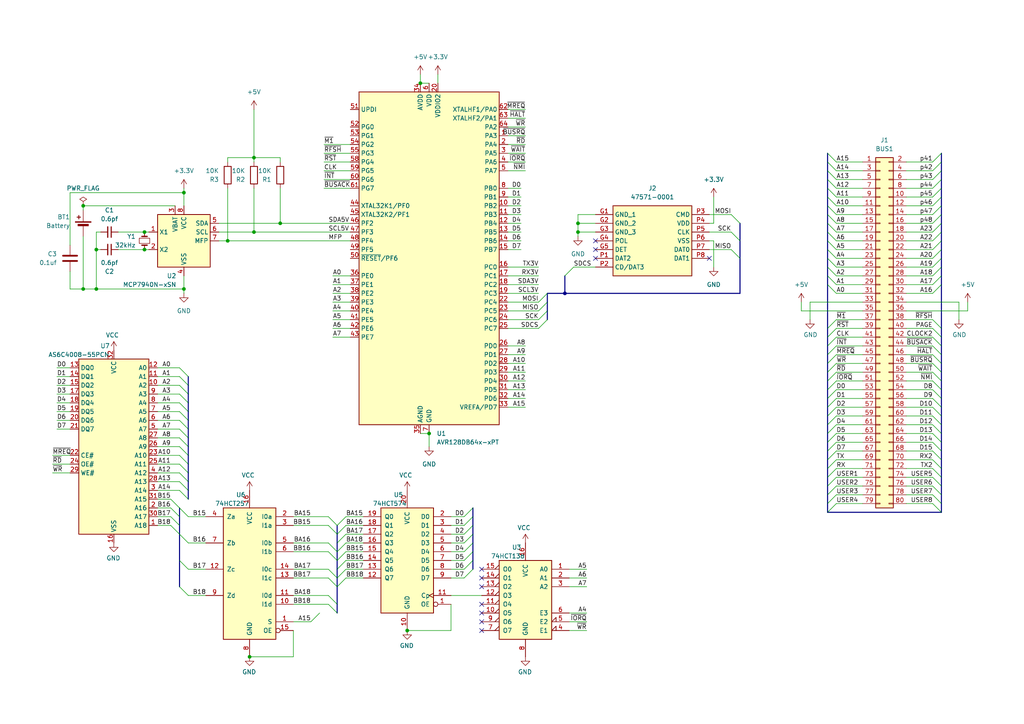
<source format=kicad_sch>
(kicad_sch (version 20230121) (generator eeschema)
  (paper "A4")
  (junction (at 53.34 83.82))
  (junction (at 41.91 72.39))
  (junction (at 41.91 67.31))
  (junction (at 121.92 24.13))
  (junction (at 73.66 45.72))
  (junction (at 163.83 85.09))
  (junction (at 81.28 64.77))
  (junction (at 27.94 83.82))
  (junction (at 53.34 55.88))
  (junction (at 73.66 67.31))
  (junction (at 118.11 182.88))
  (junction (at 124.46 125.73))
  (junction (at 167.64 67.31))
  (junction (at 72.39 190.5))
  (junction (at 27.94 72.39))
  (junction (at 24.13 59.69))
  (junction (at 167.64 64.77))
  (junction (at 66.04 69.85))
  (junction (at 24.13 83.82))
  (no_connect (at 172.72 69.85))
  (no_connect (at 172.72 72.39))
  (no_connect (at 139.7 177.8))
  (no_connect (at 139.7 170.18))
  (no_connect (at 172.72 74.93))
  (no_connect (at 139.7 165.1))
  (no_connect (at 205.74 74.93))
  (no_connect (at 139.7 182.88))
  (no_connect (at 139.7 175.26))
  (no_connect (at 139.7 167.64))
  (no_connect (at 139.7 180.34))
  (bus_entry (at 240.03 140.97) (size 2.54 -2.54))
  (bus_entry (at 240.03 102.87) (size 2.54 -2.54))
  (bus_entry (at 240.03 115.57) (size 2.54 -2.54))
  (bus_entry (at 54.61 157.48) (size -2.54 -2.54))
  (bus_entry (at 240.03 148.59) (size 2.54 -2.54))
  (bus_entry (at 270.51 120.65) (size 2.54 2.54))
  (bus_entry (at 52.07 134.62) (size 2.54 2.54))
  (bus_entry (at 212.09 62.23) (size 2.54 2.54))
  (bus_entry (at 52.07 132.08) (size 2.54 2.54))
  (bus_entry (at 270.51 80.01) (size 2.54 -2.54))
  (bus_entry (at 97.79 177.8) (size -2.54 -2.54))
  (bus_entry (at 270.51 69.85) (size 2.54 -2.54))
  (bus_entry (at 137.16 152.4) (size -2.54 2.54))
  (bus_entry (at 240.03 57.15) (size 2.54 2.54))
  (bus_entry (at 212.09 72.39) (size 2.54 2.54))
  (bus_entry (at 240.03 49.53) (size 2.54 2.54))
  (bus_entry (at 212.09 67.31) (size 2.54 2.54))
  (bus_entry (at 52.07 106.68) (size 2.54 2.54))
  (bus_entry (at 270.51 140.97) (size 2.54 2.54))
  (bus_entry (at 270.51 92.71) (size 2.54 2.54))
  (bus_entry (at 270.51 128.27) (size 2.54 2.54))
  (bus_entry (at 240.03 143.51) (size 2.54 -2.54))
  (bus_entry (at 52.07 147.32) (size -2.54 -2.54))
  (bus_entry (at 52.07 116.84) (size 2.54 2.54))
  (bus_entry (at 240.03 64.77) (size 2.54 2.54))
  (bus_entry (at 97.79 154.94) (size -2.54 -2.54))
  (bus_entry (at 156.21 92.71) (size 2.54 -2.54))
  (bus_entry (at 240.03 130.81) (size 2.54 -2.54))
  (bus_entry (at 137.16 160.02) (size -2.54 2.54))
  (bus_entry (at 97.79 160.02) (size -2.54 -2.54))
  (bus_entry (at 270.51 118.11) (size 2.54 2.54))
  (bus_entry (at 137.16 149.86) (size -2.54 2.54))
  (bus_entry (at 52.07 111.76) (size 2.54 2.54))
  (bus_entry (at 156.21 95.25) (size 2.54 -2.54))
  (bus_entry (at 240.03 72.39) (size 2.54 2.54))
  (bus_entry (at 240.03 120.65) (size 2.54 -2.54))
  (bus_entry (at 52.07 137.16) (size 2.54 2.54))
  (bus_entry (at 240.03 125.73) (size 2.54 -2.54))
  (bus_entry (at 240.03 52.07) (size 2.54 2.54))
  (bus_entry (at 52.07 139.7) (size 2.54 2.54))
  (bus_entry (at 100.33 167.64) (size -2.54 2.54))
  (bus_entry (at 137.16 147.32) (size -2.54 2.54))
  (bus_entry (at 54.61 149.86) (size -2.54 -2.54))
  (bus_entry (at 100.33 149.86) (size -2.54 2.54))
  (bus_entry (at 240.03 82.55) (size 2.54 2.54))
  (bus_entry (at 240.03 146.05) (size 2.54 -2.54))
  (bus_entry (at 97.79 170.18) (size -2.54 -2.54))
  (bus_entry (at 240.03 69.85) (size 2.54 2.54))
  (bus_entry (at 52.07 109.22) (size 2.54 2.54))
  (bus_entry (at 240.03 107.95) (size 2.54 -2.54))
  (bus_entry (at 270.51 125.73) (size 2.54 2.54))
  (bus_entry (at 270.51 95.25) (size 2.54 2.54))
  (bus_entry (at 97.79 175.26) (size -2.54 -2.54))
  (bus_entry (at 137.16 154.94) (size -2.54 2.54))
  (bus_entry (at 156.21 87.63) (size 2.54 -2.54))
  (bus_entry (at 240.03 110.49) (size 2.54 -2.54))
  (bus_entry (at 240.03 138.43) (size 2.54 -2.54))
  (bus_entry (at 270.51 105.41) (size 2.54 2.54))
  (bus_entry (at 270.51 146.05) (size 2.54 2.54))
  (bus_entry (at 270.51 59.69) (size 2.54 -2.54))
  (bus_entry (at 156.21 90.17) (size 2.54 -2.54))
  (bus_entry (at 240.03 105.41) (size 2.54 -2.54))
  (bus_entry (at 97.79 152.4) (size -2.54 -2.54))
  (bus_entry (at 270.51 113.03) (size 2.54 2.54))
  (bus_entry (at 240.03 123.19) (size 2.54 -2.54))
  (bus_entry (at 270.51 115.57) (size 2.54 2.54))
  (bus_entry (at 52.07 124.46) (size 2.54 2.54))
  (bus_entry (at 270.51 46.99) (size 2.54 -2.54))
  (bus_entry (at 100.33 157.48) (size -2.54 2.54))
  (bus_entry (at 240.03 80.01) (size 2.54 2.54))
  (bus_entry (at 270.51 77.47) (size 2.54 -2.54))
  (bus_entry (at 270.51 85.09) (size 2.54 -2.54))
  (bus_entry (at 52.07 152.4) (size -2.54 -2.54))
  (bus_entry (at 270.51 138.43) (size 2.54 2.54))
  (bus_entry (at 270.51 107.95) (size 2.54 2.54))
  (bus_entry (at 240.03 135.89) (size 2.54 -2.54))
  (bus_entry (at 100.33 160.02) (size -2.54 2.54))
  (bus_entry (at 163.83 80.01) (size 2.54 -2.54))
  (bus_entry (at 100.33 165.1) (size -2.54 2.54))
  (bus_entry (at 270.51 72.39) (size 2.54 -2.54))
  (bus_entry (at 240.03 128.27) (size 2.54 -2.54))
  (bus_entry (at 270.51 54.61) (size 2.54 -2.54))
  (bus_entry (at 97.79 162.56) (size -2.54 -2.54))
  (bus_entry (at 270.51 135.89) (size 2.54 2.54))
  (bus_entry (at 270.51 97.79) (size 2.54 2.54))
  (bus_entry (at 270.51 133.35) (size 2.54 2.54))
  (bus_entry (at 270.51 100.33) (size 2.54 2.54))
  (bus_entry (at 270.51 102.87) (size 2.54 2.54))
  (bus_entry (at 137.16 165.1) (size -2.54 2.54))
  (bus_entry (at 270.51 130.81) (size 2.54 2.54))
  (bus_entry (at 100.33 162.56) (size -2.54 2.54))
  (bus_entry (at 270.51 52.07) (size 2.54 -2.54))
  (bus_entry (at 270.51 67.31) (size 2.54 -2.54))
  (bus_entry (at 270.51 143.51) (size 2.54 2.54))
  (bus_entry (at 240.03 46.99) (size 2.54 2.54))
  (bus_entry (at 92.71 177.8) (size -2.54 2.54))
  (bus_entry (at 137.16 157.48) (size -2.54 2.54))
  (bus_entry (at 240.03 67.31) (size 2.54 2.54))
  (bus_entry (at 240.03 54.61) (size 2.54 2.54))
  (bus_entry (at 240.03 59.69) (size 2.54 2.54))
  (bus_entry (at 240.03 95.25) (size 2.54 -2.54))
  (bus_entry (at 54.61 165.1) (size -2.54 -2.54))
  (bus_entry (at 240.03 74.93) (size 2.54 2.54))
  (bus_entry (at 240.03 62.23) (size 2.54 2.54))
  (bus_entry (at 270.51 82.55) (size 2.54 -2.54))
  (bus_entry (at 270.51 57.15) (size 2.54 -2.54))
  (bus_entry (at 52.07 114.3) (size 2.54 2.54))
  (bus_entry (at 52.07 149.86) (size -2.54 -2.54))
  (bus_entry (at 240.03 113.03) (size 2.54 -2.54))
  (bus_entry (at 240.03 44.45) (size 2.54 2.54))
  (bus_entry (at 100.33 154.94) (size -2.54 2.54))
  (bus_entry (at 52.07 119.38) (size 2.54 2.54))
  (bus_entry (at 240.03 100.33) (size 2.54 -2.54))
  (bus_entry (at 270.51 123.19) (size 2.54 2.54))
  (bus_entry (at 270.51 62.23) (size 2.54 -2.54))
  (bus_entry (at 270.51 64.77) (size 2.54 -2.54))
  (bus_entry (at 270.51 49.53) (size 2.54 -2.54))
  (bus_entry (at 240.03 133.35) (size 2.54 -2.54))
  (bus_entry (at 240.03 97.79) (size 2.54 -2.54))
  (bus_entry (at 97.79 167.64) (size -2.54 -2.54))
  (bus_entry (at 52.07 142.24) (size 2.54 2.54))
  (bus_entry (at 137.16 162.56) (size -2.54 2.54))
  (bus_entry (at 240.03 77.47) (size 2.54 2.54))
  (bus_entry (at 52.07 121.92) (size 2.54 2.54))
  (bus_entry (at 52.07 154.94) (size -2.54 -2.54))
  (bus_entry (at 270.51 74.93) (size 2.54 -2.54))
  (bus_entry (at 52.07 127) (size 2.54 2.54))
  (bus_entry (at 270.51 110.49) (size 2.54 2.54))
  (bus_entry (at 240.03 118.11) (size 2.54 -2.54))
  (bus_entry (at 52.07 129.54) (size 2.54 2.54))
  (bus_entry (at 54.61 172.72) (size -2.54 -2.54))
  (bus_entry (at 100.33 152.4) (size -2.54 2.54))
  (wire (pts (xy 53.34 83.82) (xy 27.94 83.82)))
  (wire (pts (xy 262.89 62.23) (xy 270.51 62.23)))
  (bus (pts (xy 158.75 92.71) (xy 158.75 90.17)))
  (wire (pts (xy 101.6 90.17) (xy 96.52 90.17)))
  (wire (pts (xy 134.62 149.86) (xy 130.81 149.86)))
  (bus (pts (xy 214.63 69.85) (xy 214.63 74.93)))
  (wire (pts (xy 167.64 67.31) (xy 167.64 64.77)))
  (bus (pts (xy 273.05 105.41) (xy 273.05 107.95)))
  (wire (pts (xy 242.57 102.87) (xy 250.19 102.87)))
  (bus (pts (xy 273.05 115.57) (xy 273.05 118.11)))
  (wire (pts (xy 52.07 129.54) (xy 45.72 129.54)))
  (wire (pts (xy 101.6 80.01) (xy 96.52 80.01)))
  (wire (pts (xy 29.21 67.31) (xy 27.94 67.31)))
  (wire (pts (xy 270.51 105.41) (xy 262.89 105.41)))
  (wire (pts (xy 20.32 132.08) (xy 15.24 132.08)))
  (wire (pts (xy 270.51 110.49) (xy 262.89 110.49)))
  (bus (pts (xy 273.05 82.55) (xy 273.05 95.25)))
  (wire (pts (xy 262.89 120.65) (xy 270.51 120.65)))
  (bus (pts (xy 97.79 165.1) (xy 97.79 167.64)))
  (bus (pts (xy 273.05 74.93) (xy 273.05 77.47)))
  (wire (pts (xy 53.34 83.82) (xy 53.34 85.09)))
  (bus (pts (xy 137.16 157.48) (xy 137.16 160.02)))
  (bus (pts (xy 240.03 97.79) (xy 240.03 100.33)))
  (wire (pts (xy 262.89 80.01) (xy 270.51 80.01)))
  (wire (pts (xy 41.91 72.39) (xy 34.29 72.39)))
  (bus (pts (xy 158.75 90.17) (xy 158.75 87.63)))
  (wire (pts (xy 81.28 46.99) (xy 81.28 45.72)))
  (bus (pts (xy 240.03 49.53) (xy 240.03 52.07)))
  (wire (pts (xy 242.57 46.99) (xy 250.19 46.99)))
  (wire (pts (xy 262.89 67.31) (xy 270.51 67.31)))
  (bus (pts (xy 54.61 109.22) (xy 54.61 111.76)))
  (wire (pts (xy 262.89 54.61) (xy 270.51 54.61)))
  (bus (pts (xy 240.03 133.35) (xy 240.03 135.89)))
  (wire (pts (xy 147.32 113.03) (xy 152.4 113.03)))
  (wire (pts (xy 262.89 138.43) (xy 270.51 138.43)))
  (bus (pts (xy 273.05 62.23) (xy 273.05 64.77)))
  (wire (pts (xy 262.89 46.99) (xy 270.51 46.99)))
  (wire (pts (xy 121.92 125.73) (xy 124.46 125.73)))
  (wire (pts (xy 242.57 57.15) (xy 250.19 57.15)))
  (wire (pts (xy 139.7 172.72) (xy 130.81 172.72)))
  (wire (pts (xy 134.62 154.94) (xy 130.81 154.94)))
  (wire (pts (xy 93.98 46.99) (xy 101.6 46.99)))
  (wire (pts (xy 130.81 175.26) (xy 130.81 182.88)))
  (bus (pts (xy 54.61 121.92) (xy 54.61 124.46)))
  (bus (pts (xy 158.75 87.63) (xy 158.75 85.09)))
  (bus (pts (xy 97.79 152.4) (xy 97.79 154.94)))
  (bus (pts (xy 137.16 152.4) (xy 137.16 154.94)))
  (wire (pts (xy 234.95 87.63) (xy 250.19 87.63)))
  (wire (pts (xy 43.18 67.31) (xy 41.91 67.31)))
  (wire (pts (xy 152.4 36.83) (xy 147.32 36.83)))
  (bus (pts (xy 54.61 139.7) (xy 54.61 142.24)))
  (wire (pts (xy 262.89 77.47) (xy 270.51 77.47)))
  (wire (pts (xy 242.57 115.57) (xy 250.19 115.57)))
  (bus (pts (xy 97.79 170.18) (xy 97.79 175.26)))
  (bus (pts (xy 97.79 157.48) (xy 97.79 160.02)))
  (bus (pts (xy 273.05 54.61) (xy 273.05 57.15)))
  (wire (pts (xy 147.32 80.01) (xy 156.21 80.01)))
  (bus (pts (xy 273.05 125.73) (xy 273.05 128.27)))
  (bus (pts (xy 273.05 133.35) (xy 273.05 135.89)))
  (wire (pts (xy 278.13 87.63) (xy 278.13 92.71)))
  (bus (pts (xy 52.07 149.86) (xy 52.07 152.4)))
  (wire (pts (xy 234.95 92.71) (xy 234.95 87.63)))
  (bus (pts (xy 273.05 46.99) (xy 273.05 49.53)))
  (wire (pts (xy 152.4 44.45) (xy 147.32 44.45)))
  (wire (pts (xy 95.25 152.4) (xy 85.09 152.4)))
  (bus (pts (xy 273.05 67.31) (xy 273.05 69.85)))
  (wire (pts (xy 262.89 95.25) (xy 270.51 95.25)))
  (wire (pts (xy 170.18 177.8) (xy 165.1 177.8)))
  (wire (pts (xy 270.51 92.71) (xy 262.89 92.71)))
  (bus (pts (xy 273.05 49.53) (xy 273.05 52.07)))
  (wire (pts (xy 147.32 100.33) (xy 152.4 100.33)))
  (wire (pts (xy 27.94 72.39) (xy 27.94 67.31)))
  (bus (pts (xy 137.16 147.32) (xy 137.16 149.86)))
  (wire (pts (xy 101.6 92.71) (xy 96.52 92.71)))
  (wire (pts (xy 147.32 110.49) (xy 152.4 110.49)))
  (bus (pts (xy 240.03 59.69) (xy 240.03 62.23)))
  (bus (pts (xy 240.03 113.03) (xy 240.03 115.57)))
  (wire (pts (xy 262.89 57.15) (xy 270.51 57.15)))
  (wire (pts (xy 147.32 90.17) (xy 156.21 90.17)))
  (wire (pts (xy 242.57 49.53) (xy 250.19 49.53)))
  (wire (pts (xy 152.4 46.99) (xy 147.32 46.99)))
  (wire (pts (xy 101.6 95.25) (xy 96.52 95.25)))
  (wire (pts (xy 166.37 77.47) (xy 172.72 77.47)))
  (bus (pts (xy 97.79 167.64) (xy 97.79 170.18)))
  (wire (pts (xy 167.64 62.23) (xy 172.72 62.23)))
  (bus (pts (xy 240.03 148.59) (xy 273.05 148.59)))
  (wire (pts (xy 147.32 92.71) (xy 156.21 92.71)))
  (wire (pts (xy 147.32 69.85) (xy 151.13 69.85)))
  (wire (pts (xy 262.89 143.51) (xy 270.51 143.51)))
  (wire (pts (xy 242.57 54.61) (xy 250.19 54.61)))
  (wire (pts (xy 52.07 132.08) (xy 45.72 132.08)))
  (wire (pts (xy 152.4 31.75) (xy 147.32 31.75)))
  (wire (pts (xy 242.57 128.27) (xy 250.19 128.27)))
  (wire (pts (xy 242.57 130.81) (xy 250.19 130.81)))
  (wire (pts (xy 242.57 120.65) (xy 250.19 120.65)))
  (wire (pts (xy 207.01 69.85) (xy 207.01 77.47)))
  (wire (pts (xy 242.57 113.03) (xy 250.19 113.03)))
  (wire (pts (xy 59.69 172.72) (xy 54.61 172.72)))
  (bus (pts (xy 54.61 134.62) (xy 54.61 137.16)))
  (wire (pts (xy 52.07 119.38) (xy 45.72 119.38)))
  (bus (pts (xy 240.03 52.07) (xy 240.03 54.61)))
  (wire (pts (xy 147.32 107.95) (xy 152.4 107.95)))
  (wire (pts (xy 95.25 160.02) (xy 85.09 160.02)))
  (bus (pts (xy 273.05 110.49) (xy 273.05 113.03)))
  (wire (pts (xy 121.92 24.13) (xy 124.46 24.13)))
  (bus (pts (xy 273.05 95.25) (xy 273.05 97.79)))
  (bus (pts (xy 240.03 57.15) (xy 240.03 59.69)))
  (wire (pts (xy 270.51 100.33) (xy 262.89 100.33)))
  (bus (pts (xy 240.03 44.45) (xy 240.03 46.99)))
  (bus (pts (xy 240.03 64.77) (xy 240.03 67.31)))
  (bus (pts (xy 240.03 80.01) (xy 240.03 82.55)))
  (bus (pts (xy 273.05 77.47) (xy 273.05 80.01)))
  (wire (pts (xy 242.57 74.93) (xy 250.19 74.93)))
  (wire (pts (xy 152.4 41.91) (xy 147.32 41.91)))
  (wire (pts (xy 147.32 54.61) (xy 151.13 54.61)))
  (wire (pts (xy 262.89 59.69) (xy 270.51 59.69)))
  (wire (pts (xy 101.6 82.55) (xy 96.52 82.55)))
  (bus (pts (xy 273.05 113.03) (xy 273.05 115.57)))
  (wire (pts (xy 52.07 137.16) (xy 45.72 137.16)))
  (bus (pts (xy 240.03 107.95) (xy 240.03 110.49)))
  (wire (pts (xy 147.32 118.11) (xy 152.4 118.11)))
  (bus (pts (xy 54.61 129.54) (xy 54.61 132.08)))
  (wire (pts (xy 147.32 57.15) (xy 151.13 57.15)))
  (bus (pts (xy 54.61 116.84) (xy 54.61 119.38)))
  (bus (pts (xy 240.03 69.85) (xy 240.03 72.39)))
  (wire (pts (xy 41.91 67.31) (xy 34.29 67.31)))
  (wire (pts (xy 27.94 72.39) (xy 29.21 72.39)))
  (wire (pts (xy 242.57 97.79) (xy 250.19 97.79)))
  (bus (pts (xy 240.03 115.57) (xy 240.03 118.11)))
  (wire (pts (xy 20.32 55.88) (xy 53.34 55.88)))
  (bus (pts (xy 240.03 146.05) (xy 240.03 148.59)))
  (wire (pts (xy 242.57 140.97) (xy 250.19 140.97)))
  (bus (pts (xy 240.03 143.51) (xy 240.03 146.05)))
  (wire (pts (xy 73.66 45.72) (xy 66.04 45.72)))
  (bus (pts (xy 240.03 74.93) (xy 240.03 77.47)))
  (wire (pts (xy 205.74 64.77) (xy 207.01 64.77)))
  (wire (pts (xy 167.64 64.77) (xy 167.64 62.23)))
  (bus (pts (xy 54.61 119.38) (xy 54.61 121.92)))
  (bus (pts (xy 240.03 67.31) (xy 240.03 69.85)))
  (wire (pts (xy 207.01 57.15) (xy 207.01 64.77)))
  (bus (pts (xy 54.61 124.46) (xy 54.61 127)))
  (bus (pts (xy 52.07 152.4) (xy 52.07 154.94)))
  (wire (pts (xy 134.62 152.4) (xy 130.81 152.4)))
  (wire (pts (xy 134.62 165.1) (xy 130.81 165.1)))
  (wire (pts (xy 93.98 52.07) (xy 101.6 52.07)))
  (bus (pts (xy 240.03 62.23) (xy 240.03 64.77)))
  (bus (pts (xy 54.61 111.76) (xy 54.61 114.3)))
  (bus (pts (xy 273.05 135.89) (xy 273.05 138.43)))
  (bus (pts (xy 273.05 130.81) (xy 273.05 133.35)))
  (wire (pts (xy 66.04 45.72) (xy 66.04 46.99)))
  (wire (pts (xy 121.92 21.59) (xy 121.92 24.13)))
  (wire (pts (xy 262.89 118.11) (xy 270.51 118.11)))
  (wire (pts (xy 242.57 85.09) (xy 250.19 85.09)))
  (wire (pts (xy 152.4 49.53) (xy 147.32 49.53)))
  (wire (pts (xy 134.62 167.64) (xy 130.81 167.64)))
  (bus (pts (xy 240.03 46.99) (xy 240.03 49.53)))
  (wire (pts (xy 167.64 68.58) (xy 167.64 67.31)))
  (wire (pts (xy 49.53 144.78) (xy 45.72 144.78)))
  (bus (pts (xy 273.05 64.77) (xy 273.05 67.31)))
  (bus (pts (xy 273.05 69.85) (xy 273.05 72.39)))
  (wire (pts (xy 147.32 87.63) (xy 156.21 87.63)))
  (bus (pts (xy 214.63 64.77) (xy 214.63 69.85)))
  (bus (pts (xy 240.03 105.41) (xy 240.03 107.95)))
  (wire (pts (xy 101.6 69.85) (xy 66.04 69.85)))
  (bus (pts (xy 273.05 146.05) (xy 273.05 148.59)))
  (bus (pts (xy 163.83 80.01) (xy 163.83 85.09)))
  (wire (pts (xy 205.74 67.31) (xy 212.09 67.31)))
  (wire (pts (xy 101.6 97.79) (xy 96.52 97.79)))
  (wire (pts (xy 66.04 69.85) (xy 63.5 69.85)))
  (wire (pts (xy 242.57 135.89) (xy 250.19 135.89)))
  (wire (pts (xy 242.57 118.11) (xy 250.19 118.11)))
  (bus (pts (xy 273.05 107.95) (xy 273.05 110.49)))
  (wire (pts (xy 101.6 67.31) (xy 73.66 67.31)))
  (wire (pts (xy 95.25 167.64) (xy 85.09 167.64)))
  (wire (pts (xy 147.32 64.77) (xy 151.13 64.77)))
  (bus (pts (xy 273.05 123.19) (xy 273.05 125.73)))
  (bus (pts (xy 97.79 160.02) (xy 97.79 162.56)))
  (wire (pts (xy 152.4 34.29) (xy 147.32 34.29)))
  (wire (pts (xy 205.74 69.85) (xy 207.01 69.85)))
  (bus (pts (xy 273.05 72.39) (xy 273.05 74.93)))
  (wire (pts (xy 262.89 133.35) (xy 270.51 133.35)))
  (wire (pts (xy 147.32 67.31) (xy 151.13 67.31)))
  (bus (pts (xy 54.61 142.24) (xy 54.61 144.78)))
  (wire (pts (xy 20.32 83.82) (xy 20.32 78.74)))
  (wire (pts (xy 242.57 110.49) (xy 250.19 110.49)))
  (bus (pts (xy 240.03 72.39) (xy 240.03 74.93)))
  (wire (pts (xy 105.41 154.94) (xy 100.33 154.94)))
  (wire (pts (xy 20.32 137.16) (xy 15.24 137.16)))
  (wire (pts (xy 85.09 182.88) (xy 85.09 190.5)))
  (bus (pts (xy 273.05 140.97) (xy 273.05 143.51)))
  (wire (pts (xy 242.57 138.43) (xy 250.19 138.43)))
  (bus (pts (xy 273.05 57.15) (xy 273.05 59.69)))
  (wire (pts (xy 95.25 157.48) (xy 85.09 157.48)))
  (wire (pts (xy 242.57 80.01) (xy 250.19 80.01)))
  (bus (pts (xy 273.05 102.87) (xy 273.05 105.41)))
  (bus (pts (xy 54.61 114.3) (xy 54.61 116.84)))
  (bus (pts (xy 273.05 128.27) (xy 273.05 130.81)))
  (wire (pts (xy 49.53 149.86) (xy 45.72 149.86)))
  (wire (pts (xy 147.32 115.57) (xy 152.4 115.57)))
  (bus (pts (xy 240.03 135.89) (xy 240.03 138.43)))
  (bus (pts (xy 273.05 138.43) (xy 273.05 140.97)))
  (bus (pts (xy 214.63 85.09) (xy 163.83 85.09)))
  (wire (pts (xy 242.57 72.39) (xy 250.19 72.39)))
  (bus (pts (xy 137.16 149.86) (xy 137.16 152.4)))
  (wire (pts (xy 262.89 128.27) (xy 270.51 128.27)))
  (bus (pts (xy 240.03 95.25) (xy 240.03 97.79)))
  (bus (pts (xy 52.07 154.94) (xy 52.07 162.56)))
  (wire (pts (xy 242.57 52.07) (xy 250.19 52.07)))
  (wire (pts (xy 52.07 109.22) (xy 45.72 109.22)))
  (wire (pts (xy 81.28 64.77) (xy 63.5 64.77)))
  (wire (pts (xy 105.41 162.56) (xy 100.33 162.56)))
  (wire (pts (xy 52.07 114.3) (xy 45.72 114.3)))
  (wire (pts (xy 262.89 125.73) (xy 270.51 125.73)))
  (wire (pts (xy 262.89 49.53) (xy 270.51 49.53)))
  (wire (pts (xy 16.51 111.76) (xy 20.32 111.76)))
  (wire (pts (xy 52.07 116.84) (xy 45.72 116.84)))
  (bus (pts (xy 273.05 97.79) (xy 273.05 100.33)))
  (wire (pts (xy 170.18 170.18) (xy 165.1 170.18)))
  (bus (pts (xy 158.75 85.09) (xy 163.83 85.09)))
  (wire (pts (xy 242.57 59.69) (xy 250.19 59.69)))
  (wire (pts (xy 52.07 142.24) (xy 45.72 142.24)))
  (bus (pts (xy 240.03 77.47) (xy 240.03 80.01)))
  (wire (pts (xy 43.18 72.39) (xy 41.91 72.39)))
  (wire (pts (xy 262.89 115.57) (xy 270.51 115.57)))
  (wire (pts (xy 262.89 90.17) (xy 280.67 90.17)))
  (wire (pts (xy 105.41 167.64) (xy 100.33 167.64)))
  (wire (pts (xy 49.53 147.32) (xy 45.72 147.32)))
  (wire (pts (xy 52.07 139.7) (xy 45.72 139.7)))
  (wire (pts (xy 232.41 90.17) (xy 250.19 90.17)))
  (bus (pts (xy 273.05 143.51) (xy 273.05 146.05)))
  (wire (pts (xy 147.32 85.09) (xy 156.21 85.09)))
  (wire (pts (xy 242.57 100.33) (xy 250.19 100.33)))
  (wire (pts (xy 95.25 172.72) (xy 85.09 172.72)))
  (wire (pts (xy 270.51 102.87) (xy 262.89 102.87)))
  (wire (pts (xy 16.51 119.38) (xy 20.32 119.38)))
  (wire (pts (xy 27.94 83.82) (xy 24.13 83.82)))
  (wire (pts (xy 147.32 82.55) (xy 156.21 82.55)))
  (wire (pts (xy 280.67 90.17) (xy 280.67 87.63)))
  (wire (pts (xy 262.89 97.79) (xy 270.51 97.79)))
  (bus (pts (xy 97.79 175.26) (xy 97.79 177.8)))
  (wire (pts (xy 134.62 157.48) (xy 130.81 157.48)))
  (bus (pts (xy 137.16 160.02) (xy 137.16 162.56)))
  (wire (pts (xy 105.41 152.4) (xy 100.33 152.4)))
  (bus (pts (xy 240.03 54.61) (xy 240.03 57.15)))
  (wire (pts (xy 27.94 83.82) (xy 27.94 72.39)))
  (wire (pts (xy 52.07 134.62) (xy 45.72 134.62)))
  (wire (pts (xy 270.51 107.95) (xy 262.89 107.95)))
  (bus (pts (xy 97.79 154.94) (xy 97.79 157.48)))
  (wire (pts (xy 232.41 87.63) (xy 232.41 90.17)))
  (wire (pts (xy 242.57 143.51) (xy 250.19 143.51)))
  (bus (pts (xy 240.03 100.33) (xy 240.03 102.87)))
  (wire (pts (xy 205.74 62.23) (xy 212.09 62.23)))
  (wire (pts (xy 20.32 134.62) (xy 15.24 134.62)))
  (wire (pts (xy 101.6 64.77) (xy 81.28 64.77)))
  (wire (pts (xy 16.51 116.84) (xy 20.32 116.84)))
  (wire (pts (xy 93.98 44.45) (xy 101.6 44.45)))
  (wire (pts (xy 101.6 87.63) (xy 96.52 87.63)))
  (wire (pts (xy 152.4 39.37) (xy 147.32 39.37)))
  (wire (pts (xy 262.89 64.77) (xy 270.51 64.77)))
  (wire (pts (xy 262.89 72.39) (xy 270.51 72.39)))
  (wire (pts (xy 262.89 87.63) (xy 278.13 87.63)))
  (wire (pts (xy 81.28 45.72) (xy 73.66 45.72)))
  (wire (pts (xy 105.41 160.02) (xy 100.33 160.02)))
  (wire (pts (xy 242.57 69.85) (xy 250.19 69.85)))
  (wire (pts (xy 242.57 95.25) (xy 250.19 95.25)))
  (bus (pts (xy 240.03 110.49) (xy 240.03 113.03)))
  (bus (pts (xy 214.63 74.93) (xy 214.63 85.09)))
  (wire (pts (xy 262.89 82.55) (xy 270.51 82.55)))
  (wire (pts (xy 147.32 102.87) (xy 152.4 102.87)))
  (bus (pts (xy 97.79 162.56) (xy 97.79 165.1)))
  (wire (pts (xy 262.89 85.09) (xy 270.51 85.09)))
  (wire (pts (xy 147.32 95.25) (xy 156.21 95.25)))
  (wire (pts (xy 170.18 167.64) (xy 165.1 167.64)))
  (wire (pts (xy 170.18 180.34) (xy 165.1 180.34)))
  (wire (pts (xy 262.89 140.97) (xy 270.51 140.97)))
  (wire (pts (xy 95.25 149.86) (xy 85.09 149.86)))
  (wire (pts (xy 147.32 62.23) (xy 151.13 62.23)))
  (wire (pts (xy 93.98 49.53) (xy 101.6 49.53)))
  (wire (pts (xy 95.25 165.1) (xy 85.09 165.1)))
  (wire (pts (xy 105.41 157.48) (xy 100.33 157.48)))
  (wire (pts (xy 16.51 106.68) (xy 20.32 106.68)))
  (wire (pts (xy 52.07 111.76) (xy 45.72 111.76)))
  (wire (pts (xy 124.46 125.73) (xy 124.46 129.54)))
  (wire (pts (xy 262.89 135.89) (xy 270.51 135.89)))
  (wire (pts (xy 262.89 113.03) (xy 270.51 113.03)))
  (wire (pts (xy 73.66 45.72) (xy 73.66 46.99)))
  (wire (pts (xy 262.89 123.19) (xy 270.51 123.19)))
  (bus (pts (xy 273.05 44.45) (xy 273.05 46.99)))
  (wire (pts (xy 53.34 55.88) (xy 53.34 59.69)))
  (wire (pts (xy 95.25 175.26) (xy 85.09 175.26)))
  (bus (pts (xy 137.16 154.94) (xy 137.16 157.48)))
  (wire (pts (xy 73.66 31.75) (xy 73.66 45.72)))
  (wire (pts (xy 262.89 130.81) (xy 270.51 130.81)))
  (bus (pts (xy 240.03 118.11) (xy 240.03 120.65)))
  (wire (pts (xy 262.89 69.85) (xy 270.51 69.85)))
  (bus (pts (xy 240.03 120.65) (xy 240.03 123.19)))
  (wire (pts (xy 167.64 67.31) (xy 172.72 67.31)))
  (wire (pts (xy 16.51 124.46) (xy 20.32 124.46)))
  (wire (pts (xy 101.6 85.09) (xy 96.52 85.09)))
  (wire (pts (xy 170.18 165.1) (xy 165.1 165.1)))
  (wire (pts (xy 52.07 124.46) (xy 45.72 124.46)))
  (bus (pts (xy 54.61 132.08) (xy 54.61 134.62)))
  (wire (pts (xy 52.07 127) (xy 45.72 127)))
  (wire (pts (xy 167.64 64.77) (xy 172.72 64.77)))
  (wire (pts (xy 105.41 149.86) (xy 100.33 149.86)))
  (wire (pts (xy 52.07 106.68) (xy 45.72 106.68)))
  (wire (pts (xy 242.57 67.31) (xy 250.19 67.31)))
  (wire (pts (xy 242.57 125.73) (xy 250.19 125.73)))
  (wire (pts (xy 59.69 165.1) (xy 54.61 165.1)))
  (wire (pts (xy 24.13 68.58) (xy 24.13 83.82)))
  (bus (pts (xy 240.03 125.73) (xy 240.03 128.27)))
  (wire (pts (xy 147.32 77.47) (xy 156.21 77.47)))
  (bus (pts (xy 240.03 130.81) (xy 240.03 133.35)))
  (wire (pts (xy 93.98 54.61) (xy 101.6 54.61)))
  (wire (pts (xy 134.62 162.56) (xy 130.81 162.56)))
  (bus (pts (xy 240.03 140.97) (xy 240.03 143.51)))
  (wire (pts (xy 262.89 52.07) (xy 270.51 52.07)))
  (wire (pts (xy 93.98 41.91) (xy 101.6 41.91)))
  (bus (pts (xy 273.05 80.01) (xy 273.05 82.55)))
  (bus (pts (xy 240.03 138.43) (xy 240.03 140.97)))
  (bus (pts (xy 273.05 118.11) (xy 273.05 120.65)))
  (wire (pts (xy 59.69 157.48) (xy 54.61 157.48)))
  (wire (pts (xy 16.51 114.3) (xy 20.32 114.3)))
  (wire (pts (xy 134.62 160.02) (xy 130.81 160.02)))
  (wire (pts (xy 242.57 64.77) (xy 250.19 64.77)))
  (bus (pts (xy 240.03 128.27) (xy 240.03 130.81)))
  (wire (pts (xy 16.51 109.22) (xy 20.32 109.22)))
  (wire (pts (xy 52.07 121.92) (xy 45.72 121.92)))
  (wire (pts (xy 24.13 83.82) (xy 20.32 83.82)))
  (wire (pts (xy 90.17 180.34) (xy 85.09 180.34)))
  (wire (pts (xy 205.74 72.39) (xy 212.09 72.39)))
  (bus (pts (xy 54.61 127) (xy 54.61 129.54)))
  (wire (pts (xy 59.69 149.86) (xy 54.61 149.86)))
  (wire (pts (xy 81.28 54.61) (xy 81.28 64.77)))
  (wire (pts (xy 73.66 67.31) (xy 63.5 67.31)))
  (wire (pts (xy 130.81 182.88) (xy 118.11 182.88)))
  (bus (pts (xy 52.07 162.56) (xy 52.07 170.18)))
  (wire (pts (xy 24.13 59.69) (xy 24.13 60.96)))
  (wire (pts (xy 147.32 72.39) (xy 151.13 72.39)))
  (bus (pts (xy 240.03 82.55) (xy 240.03 95.25)))
  (bus (pts (xy 273.05 59.69) (xy 273.05 62.23)))
  (wire (pts (xy 242.57 146.05) (xy 250.19 146.05)))
  (wire (pts (xy 49.53 152.4) (xy 45.72 152.4)))
  (wire (pts (xy 53.34 80.01) (xy 53.34 83.82)))
  (bus (pts (xy 240.03 123.19) (xy 240.03 125.73)))
  (wire (pts (xy 242.57 62.23) (xy 250.19 62.23)))
  (wire (pts (xy 242.57 92.71) (xy 250.19 92.71)))
  (wire (pts (xy 85.09 190.5) (xy 72.39 190.5)))
  (bus (pts (xy 137.16 162.56) (xy 137.16 165.1)))
  (bus (pts (xy 273.05 120.65) (xy 273.05 123.19)))
  (wire (pts (xy 262.89 74.93) (xy 270.51 74.93)))
  (wire (pts (xy 16.51 121.92) (xy 20.32 121.92)))
  (wire (pts (xy 242.57 82.55) (xy 250.19 82.55)))
  (wire (pts (xy 147.32 59.69) (xy 151.13 59.69)))
  (bus (pts (xy 240.03 102.87) (xy 240.03 105.41)))
  (bus (pts (xy 273.05 52.07) (xy 273.05 54.61)))
  (wire (pts (xy 242.57 107.95) (xy 250.19 107.95)))
  (wire (pts (xy 242.57 123.19) (xy 250.19 123.19)))
  (wire (pts (xy 242.57 105.41) (xy 250.19 105.41)))
  (wire (pts (xy 262.89 146.05) (xy 270.51 146.05)))
  (wire (pts (xy 66.04 54.61) (xy 66.04 69.85)))
  (bus (pts (xy 52.07 147.32) (xy 52.07 149.86)))
  (wire (pts (xy 53.34 54.61) (xy 53.34 55.88)))
  (bus (pts (xy 54.61 137.16) (xy 54.61 139.7)))
  (wire (pts (xy 127 21.59) (xy 127 24.13)))
  (wire (pts (xy 73.66 54.61) (xy 73.66 67.31)))
  (wire (pts (xy 242.57 133.35) (xy 250.19 133.35)))
  (wire (pts (xy 147.32 105.41) (xy 152.4 105.41)))
  (wire (pts (xy 20.32 55.88) (xy 20.32 71.12)))
  (wire (pts (xy 105.41 165.1) (xy 100.33 165.1)))
  (wire (pts (xy 170.18 182.88) (xy 165.1 182.88)))
  (wire (pts (xy 50.8 59.69) (xy 24.13 59.69)))
  (wire (pts (xy 242.57 77.47) (xy 250.19 77.47)))
  (bus (pts (xy 273.05 100.33) (xy 273.05 102.87)))
  (label "A2" (at 49.53 111.76 180))
  (label "MISO" (at 212.09 72.39 180))
  (label "BB16" (at 90.17 160.02 180))
  (label "USER4" (at 242.57 146.05 0))
  (label "BA16" (at 90.17 157.48 180))
  (label "D6" (at 151.13 69.85 180))
  (label "D7" (at 151.13 72.39 180))
  (label "~{MREQ}" (at 242.57 102.87 0))
  (label "~{INT}" (at 242.57 100.33 0))
  (label "BB16" (at 100.33 162.56 0))
  (label "BB18" (at 90.17 175.26 180))
  (label "D5" (at 16.51 119.38 0))
  (label "MOSI" (at 156.21 87.63 180))
  (label "p44" (at 270.51 54.61 180))
  (label "BB18" (at 100.33 167.64 0))
  (label "~{RD}" (at 15.24 134.62 0))
  (label "A16" (at 270.51 85.09 180))
  (label "SCL5V" (at 95.25 67.31 0))
  (label "~{WAIT}" (at 270.51 107.95 180))
  (label "SDA3V" (at 156.21 82.55 180))
  (label "D5" (at 242.57 125.73 0))
  (label "D9" (at 270.51 115.57 180))
  (label "D12" (at 270.51 123.19 180))
  (label "A10" (at 49.53 132.08 180))
  (label "~{MREQ}" (at 152.4 31.75 180))
  (label "BB17" (at 100.33 165.1 0))
  (label "A4" (at 170.18 177.8 180))
  (label "A5" (at 96.52 92.71 0))
  (label "USER1" (at 242.57 138.43 0))
  (label "D6" (at 134.62 165.1 180))
  (label "A13" (at 242.57 52.07 0))
  (label "D2" (at 151.13 59.69 180))
  (label "~{M1}" (at 93.98 41.91 0))
  (label "A6" (at 49.53 121.92 180))
  (label "B16" (at 55.88 157.48 0))
  (label "D0" (at 134.62 149.86 180))
  (label "A12" (at 49.53 137.16 180))
  (label "A0" (at 96.52 80.01 0))
  (label "A3" (at 49.53 114.3 180))
  (label "A11" (at 49.53 134.62 180))
  (label "D1" (at 242.57 115.57 0))
  (label "~{WR}" (at 170.18 182.88 180))
  (label "USER7" (at 270.51 143.51 180))
  (label "A10" (at 242.57 59.69 0))
  (label "~{RD}" (at 242.57 107.95 0))
  (label "p47" (at 270.51 62.23 180))
  (label "BA16" (at 100.33 152.4 0))
  (label "~{NMI}" (at 270.51 110.49 180))
  (label "D6" (at 16.51 121.92 0))
  (label "SCK" (at 212.09 67.31 180))
  (label "A7" (at 242.57 67.31 0))
  (label "A15" (at 242.57 46.99 0))
  (label "SCL3V" (at 156.21 85.09 180))
  (label "A18" (at 270.51 80.01 180))
  (label "B18" (at 55.88 172.72 0))
  (label "D10" (at 270.51 118.11 180))
  (label "BA18" (at 90.17 172.72 180))
  (label "D4" (at 242.57 123.19 0))
  (label "CLOCK2" (at 270.51 97.79 180))
  (label "A7" (at 49.53 124.46 180))
  (label "MOSI" (at 212.09 62.23 180))
  (label "A8" (at 49.53 127 180))
  (label "D3" (at 134.62 157.48 180))
  (label "~{M1}" (at 242.57 92.71 0))
  (label "CLK" (at 93.98 49.53 0))
  (label "A1" (at 96.52 82.55 0))
  (label "A1" (at 242.57 82.55 0))
  (label "A4" (at 96.52 90.17 0))
  (label "A4" (at 242.57 74.93 0))
  (label "D3" (at 242.57 120.65 0))
  (label "A2" (at 96.52 85.09 0))
  (label "~{BUSRQ}" (at 270.51 105.41 180))
  (label "D13" (at 270.51 125.73 180))
  (label "D0" (at 242.57 113.03 0))
  (label "A14" (at 152.4 115.57 180))
  (label "D2" (at 134.62 154.94 180))
  (label "A19" (at 270.51 77.47 180))
  (label "p45" (at 270.51 57.15 180))
  (label "p46" (at 270.51 59.69 180))
  (label "D0" (at 16.51 106.68 0))
  (label "~{RST}" (at 242.57 95.25 0))
  (label "SDA5V" (at 95.25 64.77 0))
  (label "D2" (at 16.51 111.76 0))
  (label "D7" (at 242.57 130.81 0))
  (label "D11" (at 270.51 120.65 180))
  (label "~{IORQ}" (at 170.18 180.34 180))
  (label "A15" (at 90.17 180.34 180))
  (label "BB15" (at 100.33 160.02 0))
  (label "p42" (at 270.51 49.53 180))
  (label "MFP" (at 95.25 69.85 0))
  (label "D3" (at 16.51 114.3 0))
  (label "BA17" (at 100.33 154.94 0))
  (label "A14" (at 242.57 49.53 0))
  (label "CLK" (at 242.57 97.79 0))
  (label "A23" (at 270.51 67.31 180))
  (label "A8" (at 242.57 64.77 0))
  (label "~{NMI}" (at 152.4 49.53 180))
  (label "PAGE" (at 270.51 95.25 180))
  (label "RX2" (at 270.51 133.35 180))
  (label "~{RST}" (at 93.98 46.99 0))
  (label "RX3V" (at 156.21 80.01 180))
  (label "~{HALT}" (at 152.4 34.29 180))
  (label "A9" (at 49.53 129.54 180))
  (label "B17" (at 49.53 149.86 180))
  (label "BA15" (at 90.17 149.86 180))
  (label "D15" (at 270.51 130.81 180))
  (label "BB17" (at 90.17 167.64 180))
  (label "BA17" (at 90.17 165.1 180))
  (label "~{HALT}" (at 270.51 102.87 180))
  (label "D1" (at 151.13 57.15 180))
  (label "A20" (at 270.51 74.93 180))
  (label "~{RD}" (at 152.4 41.91 180))
  (label "A12" (at 242.57 54.61 0))
  (label "A9" (at 242.57 62.23 0))
  (label "A17" (at 270.51 82.55 180))
  (label "B17" (at 55.88 165.1 0))
  (label "USER8" (at 270.51 146.05 180))
  (label "~{MREQ}" (at 15.24 132.08 0))
  (label "D4" (at 151.13 64.77 180))
  (label "A5" (at 242.57 72.39 0))
  (label "A6" (at 170.18 167.64 180))
  (label "A13" (at 152.4 113.03 180))
  (label "B15" (at 49.53 144.78 180))
  (label "A6" (at 96.52 95.25 0))
  (label "USER6" (at 270.51 140.97 180))
  (label "D3" (at 151.13 62.23 180))
  (label "D4" (at 134.62 160.02 180))
  (label "TX" (at 242.57 133.35 0))
  (label "~{IORQ}" (at 242.57 110.49 0))
  (label "A12" (at 152.4 110.49 180))
  (label "B15" (at 55.88 149.86 0))
  (label "~{RFSH}" (at 270.51 92.71 180))
  (label "USER3" (at 242.57 143.51 0))
  (label "A15" (at 152.4 118.11 180))
  (label "A1" (at 49.53 109.22 180))
  (label "D4" (at 16.51 116.84 0))
  (label "A5" (at 170.18 165.1 180))
  (label "A8" (at 152.4 100.33 180))
  (label "USER5" (at 270.51 138.43 180))
  (label "A10" (at 152.4 105.41 180))
  (label "BB15" (at 90.17 152.4 180))
  (label "p48" (at 270.51 64.77 180))
  (label "A0" (at 49.53 106.68 180))
  (label "B16" (at 49.53 147.32 180))
  (label "A5" (at 49.53 119.38 180))
  (label "~{WR}" (at 15.24 137.16 0))
  (label "D5" (at 151.13 67.31 180))
  (label "D1" (at 134.62 152.4 180))
  (label "~{WR}" (at 152.4 36.83 180))
  (label "B18" (at 49.53 152.4 180))
  (label "D2" (at 242.57 118.11 0))
  (label "p41" (at 270.51 46.99 180))
  (label "MISO" (at 156.21 90.17 180))
  (label "~{INT}" (at 93.98 52.07 0))
  (label "A11" (at 152.4 107.95 180))
  (label "D8" (at 270.51 113.03 180))
  (label "~{BUSACK}" (at 93.98 54.61 0))
  (label "A7" (at 170.18 170.18 180))
  (label "BA18" (at 100.33 157.48 0))
  (label "D5" (at 134.62 162.56 180))
  (label "A2" (at 242.57 80.01 0))
  (label "A6" (at 242.57 69.85 0))
  (label "p43" (at 270.51 52.07 180))
  (label "D0" (at 151.13 54.61 180))
  (label "USER2" (at 242.57 140.97 0))
  (label "A21" (at 270.51 72.39 180))
  (label "~{IORQ}" (at 152.4 46.99 180))
  (label "A9" (at 152.4 102.87 180))
  (label "A4" (at 49.53 116.84 180))
  (label "A3" (at 242.57 77.47 0))
  (label "A11" (at 242.57 57.15 0))
  (label "D7" (at 134.62 167.64 180))
  (label "TX3V" (at 156.21 77.47 180))
  (label "D14" (at 270.51 128.27 180))
  (label "A3" (at 96.52 87.63 0))
  (label "A13" (at 49.53 139.7 180))
  (label "~{WAIT}" (at 152.4 44.45 180))
  (label "TX2" (at 270.51 135.89 180))
  (label "~{BUSACK}" (at 270.51 100.33 180))
  (label "SDCS" (at 156.21 95.25 180))
  (label "BA15" (at 100.33 149.86 0))
  (label "D6" (at 242.57 128.27 0))
  (label "A0" (at 242.57 85.09 0))
  (label "D1" (at 16.51 109.22 0))
  (label "D7" (at 16.51 124.46 0))
  (label "~{BUSRQ}" (at 152.4 39.37 180))
  (label "A7" (at 96.52 97.79 0))
  (label "SDCS" (at 166.37 77.47 0))
  (label "A14" (at 49.53 142.24 180))
  (label "A22" (at 270.51 69.85 180))
  (label "RX" (at 242.57 135.89 0))
  (label "SCK" (at 156.21 92.71 180))
  (label "~{RFSH}" (at 93.98 44.45 0))
  (label "~{WR}" (at 242.57 105.41 0))
  (symbol (lib_id "power:+5V") (at 73.66 31.75 0) (unit 1)
    (property "Reference" "#PWR010" (effects hide))
    (property "Value" "+5V" (at 73.66 26.67 0))
  )
  (symbol (lib_id "power:GND") (at 72.39 190.5 0) (mirror y) (unit 1)
    (property "Reference" "#PWR021" (effects hide))
    (property "Value" "GND" (at 72.263 194.8942 0))
  )
  (symbol (lib_id "74xx:74LS257") (at 72.39 165.1 0) (mirror y) (unit 1)
    (property "Reference" "U6" (at 69.85 143.51 0))
    (property "Value" "74HCT257" (at 67.31 146.05 0))
    (property "Footprint" "Package_SO:SO-16_3.9x9.9mm_P1.27mm" (effects hide))
    (property "Datasheet" "http://www.ti.com/lit/gpn/sn74HCT257" (effects hide))
    (property "DigikeyPN" "296-8406-5-ND" (effects hide))
    (property "MouserPN" "595-SN74HCT257N" (effects hide))
  )
  (symbol (lib_id "power:+3.3V") (at 53.34 54.61 0) (unit 1)
    (property "Reference" "#PWR05" (effects hide))
    (property "Value" "+3.3V" (at 53.34 49.53 0))
  )
  (symbol (lib_id "power:VCC") (at 152.4 157.48 0) (mirror y) (unit 1)
    (property "Reference" "#PWR014" (effects hide))
    (property "Value" "VCC" (at 151.9682 153.0858 0))
  )
  (symbol (lib_id "Device:R") (at 73.66 50.8 180) (unit 1)
    (property "Reference" "R2" (at 71.12 52.07 0) (effects (justify left)))
    (property "Value" "10K" (at 71.12 49.53 0) (effects (justify left)))
    (property "Footprint" "Resistor_SMD:R_0201_0603Metric" (effects hide))
  )
  (symbol (lib_id "Connector_Generic:Conn_02x40_Odd_Even") (at 255.27 95.25 0) (unit 1)
    (property "Reference" "J1" (at 256.54 40.64 0))
    (property "Value" "BUS1" (at 256.54 43.18 0))
    (property "Footprint" "Connector_PinSocket_2.54mm:PinSocket_2x40_P2.54mm_Vertical" (effects hide))
  )
  (symbol (lib_id "SamacSys_Parts:47571-0001") (at 172.72 62.23 0) (unit 1)
    (property "Reference" "J2" (at 189.23 54.61 0))
    (property "Value" "47571-0001" (at 189.23 57.15 0))
    (property "Footprint" "SamacSys_Parts:475710001" (effects hide))
    (property "Datasheet" "https://componentsearchengine.com/Datasheets/2/47571-0001.pdf" (effects hide))
    (property "Height" "2.3" (effects hide))
    (property "Mouser Part Number" "538-47571-0001" (effects hide))
    (property "Mouser Price/Stock" "https://www.mouser.co.uk/ProductDetail/Molex/47571-0001?qs=qM7ngqbhX5UTJOg9nqKLJQ%3D%3D" (effects hide))
    (property "Manufacturer_Name" "Molex" (effects hide))
    (property "Manufacturer_Part_Number" "47571-0001" (effects hide))
  )
  (symbol (lib_id "power:GND") (at 33.02 157.48 0) (mirror y) (unit 1)
    (property "Reference" "#PWR023" (effects hide))
    (property "Value" "GND" (at 32.893 161.8742 0))
  )
  (symbol (lib_id "power:GND") (at 167.64 68.58 0) (unit 1)
    (property "Reference" "#PWR011" (effects hide))
    (property "Value" "GND" (at 167.64 73.66 0))
  )
  (symbol (lib_id "power:GND") (at 124.46 129.54 0) (mirror y) (unit 1)
    (property "Reference" "#PWR09" (effects hide))
    (property "Value" "GND" (at 124.46 134.62 0))
  )
  (symbol (lib_id "Device:C_Small") (at 31.75 72.39 270) (unit 1)
    (property "Reference" "C2" (at 31.7437 78.74 90))
    (property "Value" "0.6pf" (at 31.7437 76.2 90))
    (property "Footprint" "Capacitor_SMD:C_0201_0603Metric" (effects hide))
  )
  (symbol (lib_id "Device:R") (at 81.28 50.8 180) (unit 1)
    (property "Reference" "R1" (at 78.74 52.07 0) (effects (justify left)))
    (property "Value" "10K" (at 78.74 49.53 0) (effects (justify left)))
    (property "Footprint" "Resistor_SMD:R_0201_0603Metric" (effects hide))
  )
  (symbol (lib_id "power:VCC") (at 118.11 142.24 0) (mirror y) (unit 1)
    (property "Reference" "#PWR018" (effects hide))
    (property "Value" "VCC" (at 117.6782 137.8458 0))
  )
  (symbol (lib_id "power:+5V") (at 232.41 87.63 0) (unit 1)
    (property "Reference" "#PWR01" (effects hide))
    (property "Value" "+5V" (at 232.41 82.55 0))
  )
  (symbol (lib_id "power:GND") (at 207.01 77.47 0) (unit 1)
    (property "Reference" "#PWR013" (effects hide))
    (property "Value" "GND" (at 207.01 82.55 0))
  )
  (symbol (lib_id "power:GND") (at 278.13 92.71 0) (unit 1)
    (property "Reference" "#PWR04" (effects hide))
    (property "Value" "GND" (at 278.257 97.1042 0))
  )
  (symbol (lib_id "power:PWR_FLAG") (at 24.13 59.69 0) (mirror y) (unit 1)
    (property "Reference" "#FLG01" (effects hide))
    (property "Value" "PWR_FLAG" (at 24.13 54.61 0))
  )
  (symbol (lib_id "74xx:74HCT574") (at 118.11 162.56 0) (mirror y) (unit 1)
    (property "Reference" "U5" (at 115.57 143.51 0))
    (property "Value" "74HCT574" (at 113.03 146.05 0))
    (property "Footprint" "Package_SO:SO-20_12.8x7.5mm_P1.27mm" (effects hide))
    (property "Datasheet" "http://www.ti.com/lit/gpn/sn74HCT574" (effects hide))
    (property "DigikeyPN" "296-1623-5-ND" (effects hide))
    (property "MouserPN" "595-SN74HCT574N" (effects hide))
  )
  (symbol (lib_id "power:GND") (at 152.4 190.5 0) (mirror y) (unit 1)
    (property "Reference" "#PWR015" (effects hide))
    (property "Value" "GND" (at 152.273 194.8942 0))
  )
  (symbol (lib_id "Device:C_Small") (at 31.75 67.31 270) (mirror x) (unit 1)
    (property "Reference" "C1" (at 31.7437 60.96 90))
    (property "Value" "0.6pf" (at 31.7437 63.5 90))
    (property "Footprint" "Capacitor_SMD:C_0201_0603Metric" (effects hide))
  )
  (symbol (lib_id "power:+3.3V") (at 127 21.59 0) (unit 1)
    (property "Reference" "#PWR08" (effects hide))
    (property "Value" "+3.3V" (at 127 16.51 0))
  )
  (symbol (lib_id "power:+5V") (at 280.67 87.63 0) (unit 1)
    (property "Reference" "#PWR02" (effects hide))
    (property "Value" "+5V" (at 280.67 82.55 0))
  )
  (symbol (lib_id "power:GND") (at 234.95 92.71 0) (unit 1)
    (property "Reference" "#PWR03" (effects hide))
    (property "Value" "GND" (at 235.077 97.1042 0))
  )
  (symbol (lib_id "power:GND") (at 53.34 85.09 0) (mirror y) (unit 1)
    (property "Reference" "#PWR06" (effects hide))
    (property "Value" "GND" (at 53.34 90.17 0))
  )
  (symbol (lib_id "Device:Crystal_Small") (at 41.91 69.85 270) (mirror x) (unit 1)
    (property "Reference" "Y1" (at 39.37 68.58 90) (effects (justify right)))
    (property "Value" "32kHz" (at 39.37 71.12 90) (effects (justify right)))
    (property "Footprint" "SamacSys_Parts:SC32S7PF20PPM" (effects hide))
  )
  (symbol (lib_id "Device:R") (at 66.04 50.8 180) (unit 1)
    (property "Reference" "R3" (at 63.5 52.07 0) (effects (justify left)))
    (property "Value" "10K" (at 63.5 49.53 0) (effects (justify left)))
    (property "Footprint" "Resistor_SMD:R_0201_0603Metric" (effects hide))
  )
  (symbol (lib_id "Device:C") (at 20.32 74.93 0) (mirror y) (unit 1)
    (property "Reference" "C3" (at 16.51 73.66 0) (effects (justify left)))
    (property "Value" "0.1uf" (at 16.51 76.2 0) (effects (justify left)))
    (property "Footprint" "Capacitor_SMD:C_0603_1608Metric" (effects hide))
  )
  (symbol (lib_id "power:GND") (at 118.11 182.88 0) (mirror y) (unit 1)
    (property "Reference" "#PWR019" (effects hide))
    (property "Value" "GND" (at 117.983 187.2742 0))
  )
  (symbol (lib_id "MCU_Microchip_AVR_Dx:AVR128DB64x-xPT") (at 124.46 74.93 0) (unit 1)
    (property "Reference" "U1" (at 126.6541 125.73 0) (effects (justify left)))
    (property "Value" "AVR128DB64x-xPT" (at 126.6541 128.27 0) (effects (justify left)))
    (property "Footprint" "Package_QFP:TQFP-64_10x10mm_P0.5mm" (effects hide))
    (property "Datasheet" "https://ww1.microchip.com/downloads/en/DeviceDoc/AVR128DB28-32-48-64-DataSheet-DS40002247A.pdf" (effects hide))
  )
  (symbol (lib_id "power:VCC") (at 72.39 142.24 0) (mirror y) (unit 1)
    (property "Reference" "#PWR020" (effects hide))
    (property "Value" "VCC" (at 71.9582 137.8458 0))
  )
  (symbol (lib_id "Timer_RTC:MCP7940N-xSN") (at 53.34 69.85 0) (mirror y) (unit 1)
    (property "Reference" "U2" (at 51.1459 80.01 0) (effects (justify left)))
    (property "Value" "MCP7940N-xSN" (at 51.1459 82.55 0) (effects (justify left)))
    (property "Footprint" "Package_SO:SOIC-8_3.9x4.9mm_P1.27mm" (effects hide))
    (property "Datasheet" "http://ww1.microchip.com/downloads/en/DeviceDoc/20005010F.pdf" (effects hide))
  )
  (symbol (lib_id "power:+3.3V") (at 207.01 57.15 0) (unit 1)
    (property "Reference" "#PWR012" (effects hide))
    (property "Value" "+3.3V" (at 207.01 52.07 0))
  )
  (symbol (lib_id "power:VCC") (at 33.02 101.6 0) (mirror y) (unit 1)
    (property "Reference" "#PWR022" (effects hide))
    (property "Value" "VCC" (at 32.5882 97.2058 0))
  )
  (symbol (lib_id "Memory_RAM:AS6C4008-55PCN") (at 33.02 129.54 0) (mirror y) (unit 1)
    (property "Reference" "U7" (at 30.48 100.33 0))
    (property "Value" "AS6C4008-55PCN" (at 22.86 102.87 0))
    (property "Footprint" "Package_SO:SSOP-32_11.305x20.495mm_P1.27mm" (effects hide))
    (property "Datasheet" "https://www.alliancememory.com/wp-content/uploads/pdf/AS6C4008.pdf" (effects hide))
    (property "DigikeyPN" "1450-1027-ND" (effects hide))
    (property "MouserPN" "913-AS6C4008-55PCN" (effects hide))
  )
  (symbol (lib_id "74xx:74LS138") (at 152.4 172.72 0) (mirror y) (unit 1)
    (property "Reference" "U3" (at 149.86 158.75 0))
    (property "Value" "74HCT138" (at 147.32 161.29 0))
    (property "Footprint" "Package_SO:SO-16_3.9x9.9mm_P1.27mm" (effects hide))
    (property "Datasheet" "http://www.ti.com/lit/gpn/sn74HCT138" (effects hide))
    (property "DigikeyPN" "296-1608-5-ND" (effects hide))
    (property "MouserPN" "595-SN74HCT138N" (effects hide))
  )
  (symbol (lib_id "Device:Battery_Cell") (at 24.13 66.04 0) (mirror y) (unit 1)
    (property "Reference" "BT1" (at 20.32 62.9285 0) (effects (justify left)))
    (property "Value" "Battery" (at 20.32 65.4685 0) (effects (justify left)))
    (property "Footprint" "Battery:BatteryHolder_Keystone_500" (effects hide))
  )
  (symbol (lib_id "power:+5V") (at 121.92 21.59 0) (unit 1)
    (property "Reference" "#PWR07" (effects hide))
    (property "Value" "+5V" (at 121.92 16.51 0))
  )
)
</source>
